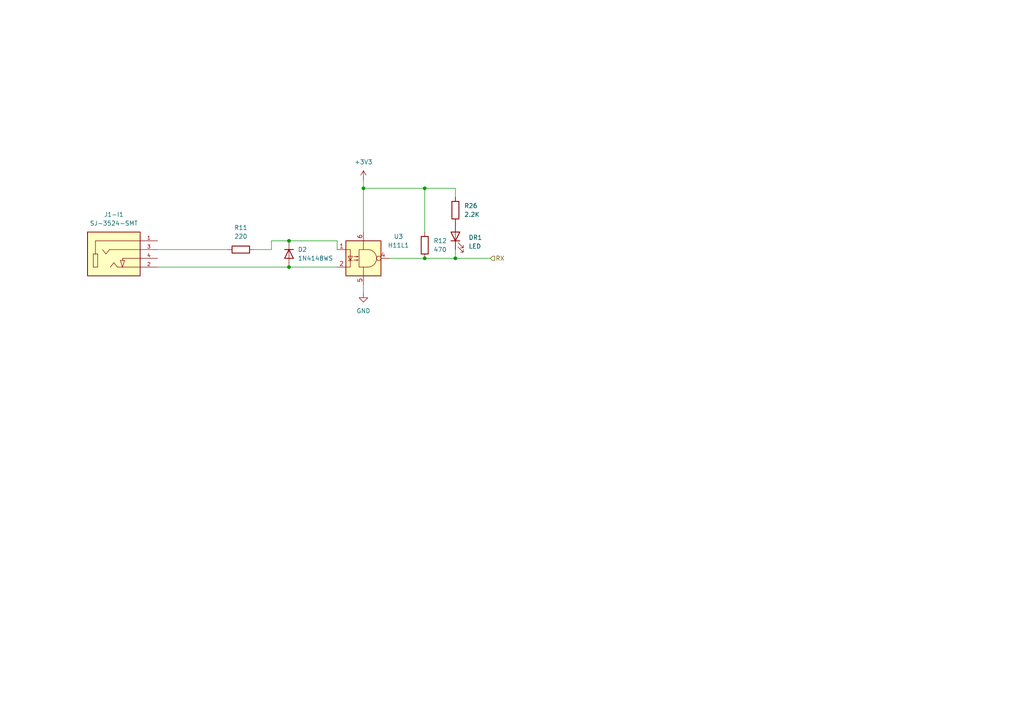
<source format=kicad_sch>
(kicad_sch (version 20231120) (generator "eeschema") (generator_version "8.0")
  (paper "A4")
  (lib_symbols
    (symbol "Device:LED" (pin_numbers hide) (pin_names (offset 1.016) hide)
      (property "Reference" "D" (at 0 2.54 0))
      (property "Value" "LED" (at 0 -2.54 0))
      (symbol "LED_0_1"
        (polyline (pts (xy -1.27 -1.27) (xy -1.27 1.27)) (stroke (width 0.254)))
        (polyline (pts (xy -1.27 0) (xy 1.27 0)))
        (polyline (pts (xy 1.27 -1.27) (xy 1.27 1.27) (xy -1.27 0) (xy 1.27 -1.27)) (stroke (width 0.254)))
        (polyline (pts (xy -3.048 -0.762) (xy -4.572 -2.286) (xy -3.81 -2.286) (xy -4.572 -2.286) (xy -4.572 -1.524)))
        (polyline (pts (xy -1.778 -0.762) (xy -3.302 -2.286) (xy -2.54 -2.286) (xy -3.302 -2.286) (xy -3.302 -1.524)))
      )
      (symbol "LED_1_1"
        (pin passive line (at -3.81 0 0) (length 2.54) (name "K") (number "1"))
        (pin passive line (at 3.81 0 180) (length 2.54) (name "A") (number "2"))
      )
    )
    (symbol "Device:R" (pin_numbers hide) (pin_names (offset 0))
      (property "Reference" "R" (at 2.032 0 90))
      (property "Value" "R" (at 0 0 90))
      (symbol "R_0_1"
        (rectangle (start -1.016 -2.54) (end 1.016 2.54) (stroke (width 0.254)))
      )
      (symbol "R_1_1"
        (pin passive line (at 0 3.81 270) (length 1.27) (name "~") (number "1"))
        (pin passive line (at 0 -3.81 90) (length 1.27) (name "~") (number "2"))
      )
    )
    (symbol "Diode:1N4148WS" (pin_numbers hide) (pin_names hide)
      (property "Reference" "D" (at 0 2.54 0))
      (property "Value" "1N4148WS" (at 0 -2.54 0))
      (symbol "1N4148WS_0_1"
        (polyline (pts (xy -1.27 1.27) (xy -1.27 -1.27)) (stroke (width 0.254)))
        (polyline (pts (xy 1.27 0) (xy -1.27 0)))
        (polyline (pts (xy 1.27 1.27) (xy 1.27 -1.27) (xy -1.27 0) (xy 1.27 1.27)) (stroke (width 0.254)))
      )
      (symbol "1N4148WS_1_1"
        (pin passive line (at -3.81 0 0) (length 2.54) (name "K") (number "1"))
        (pin passive line (at 3.81 0 180) (length 2.54) (name "A") (number "2"))
      )
    )
    (symbol "Isolator:H11L1" (pin_names (offset 1.016))
      (property "Reference" "U" (at 1.27 8.89 0))
      (property "Value" "H11L1" (at 1.27 6.35 0))
      (symbol "H11L1_0_1"
        (rectangle (start -5.08 5.08) (end 5.08 -5.08) (stroke (width 0.254)) (fill (type background)))
        (polyline (pts (xy -4.445 -0.635) (xy -3.175 -0.635)))
        (polyline (pts (xy 0 2.54) (xy 0 5.08)))
        (polyline (pts (xy 0 -2.54) (xy 0 -5.08) (xy 0 -3.81)))
        (polyline (pts (xy -5.08 -2.54) (xy -3.81 -2.54) (xy -3.81 2.54) (xy -5.08 2.54)))
        (polyline (pts (xy -3.81 -0.635) (xy -4.445 0.635) (xy -3.175 0.635) (xy -3.81 -0.635)))
        (polyline (pts (xy 1.27 -2.54) (xy -1.27 -2.54) (xy -1.27 2.54) (xy 1.27 2.54)))
        (polyline (pts (xy -2.794 -0.508) (xy -1.524 -0.508) (xy -1.905 -0.635) (xy -1.905 -0.381) (xy -1.524 -0.508)))
        (polyline (pts (xy -2.794 0.508) (xy -1.524 0.508) (xy -1.905 0.381) (xy -1.905 0.635) (xy -1.524 0.508)))
        (arc (start 1.27 -2.54) (mid 3.799 0) (end 1.27 2.54))
      )
      (symbol "H11L1_1_1"
        (pin passive line (at -7.62 2.54 0) (length 2.54) (name "~") (number "1"))
        (pin passive line (at -7.62 -2.54 0) (length 2.54) (name "~") (number "2"))
        (pin no_connect line (at -5.08 0 0) (length 2.54) hide (name "~") (number "3"))
        (pin output inverted (at 7.62 0 180) (length 3.81) (name "~") (number "4"))
        (pin power_in line (at 0 -7.62 90) (length 2.54) (name "~") (number "5"))
        (pin power_in line (at 0 7.62 270) (length 2.54) (name "~") (number "6"))
      )
    )
    (symbol "MIDI_projects:SJ-3524-SMT" (pin_names (offset 1.016))
      (property "Reference" "J" (at -7.637 8.2738 0))
      (property "Value" "SJ-3524-SMT" (at -7.6519 -7.6606 0))
      (symbol "SJ-3524-SMT_0_0"
        (rectangle (start -7.62 -5.08) (end 7.62 7.62) (stroke (width 0.254)) (fill (type background)))
        (polyline (pts (xy -5.969 -2.54) (xy -4.699 -2.54)) (stroke (width 0.1524)))
        (polyline (pts (xy -5.969 1.27) (xy -5.969 -2.54)) (stroke (width 0.1524)))
        (polyline (pts (xy -5.334 1.27) (xy -5.969 1.27)) (stroke (width 0.1524)))
        (polyline (pts (xy -5.334 1.27) (xy -5.334 5.08)) (stroke (width 0.1524)))
        (polyline (pts (xy -5.334 5.08) (xy 7.62 5.08)) (stroke (width 0.1524)))
        (polyline (pts (xy -4.699 -2.54) (xy -4.699 1.27)) (stroke (width 0.1524)))
        (polyline (pts (xy -4.699 1.27) (xy -5.334 1.27)) (stroke (width 0.1524)))
        (polyline (pts (xy -2.286 1.27) (xy -3.302 2.54)) (stroke (width 0.1524)))
        (polyline (pts (xy -1.27 2.54) (xy -2.286 1.27)) (stroke (width 0.1524)))
        (polyline (pts (xy -1.016 -2.54) (xy 0 -1.27)) (stroke (width 0.1524)))
        (polyline (pts (xy 0 -1.27) (xy 1.016 -2.54)) (stroke (width 0.1524)))
        (polyline (pts (xy 1.9 -0.6) (xy 2.5 -2.53)) (stroke (width 0.1524)))
        (polyline (pts (xy 1.9 -0.6) (xy 3.09 -0.6)) (stroke (width 0.1524)))
        (polyline (pts (xy 2.53 -2.52) (xy 2.53 -2.53)) (stroke (width 0.1524)))
        (polyline (pts (xy 2.54 0) (xy 2.54 -0.62)) (stroke (width 0.1524)))
        (polyline (pts (xy 2.54 0) (xy 7.62 0)) (stroke (width 0.1524)))
        (polyline (pts (xy 3.09 -0.6) (xy 2.53 -2.52)) (stroke (width 0.1524)))
        (polyline (pts (xy 7.62 -2.54) (xy 1.016 -2.54)) (stroke (width 0.1524)))
        (polyline (pts (xy 7.62 2.54) (xy -1.27 2.54)) (stroke (width 0.1524)))
        (pin passive line (at 12.7 5.08 180) (length 5.08) (name "~") (number "1"))
        (pin passive line (at 12.7 -2.54 180) (length 5.08) (name "~") (number "2"))
        (pin passive line (at 12.7 2.54 180) (length 5.08) (name "~") (number "3"))
        (pin passive line (at 12.7 0 180) (length 5.08) (name "~") (number "4"))
      )
    )
    (symbol "power:+3V3" (power) (pin_numbers hide) (pin_names (offset 0) hide)
      (property "Value" "+3V3" (at 0 3.556 0))
      (symbol "+3V3_0_1"
        (polyline (pts (xy -0.762 1.27) (xy 0 2.54)))
        (polyline (pts (xy 0 0) (xy 0 2.54)))
        (polyline (pts (xy 0 2.54) (xy 0.762 1.27)))
      )
      (symbol "+3V3_1_1"
        (pin power_in line (at 0 0 90) (length 0) (name "~") (number "1"))
      )
    )
    (symbol "power:GND" (power) (pin_numbers hide) (pin_names (offset 0) hide)
      (property "Value" "GND" (at 0 -3.81 0))
      (symbol "GND_0_1"
        (polyline (pts (xy 0 0) (xy 0 -1.27) (xy 1.27 -1.27) (xy 0 -2.54) (xy -1.27 -1.27) (xy 0 -1.27)))
      )
      (symbol "GND_1_1"
        (pin power_in line (at 0 0 270) (length 0) (name "~") (number "1"))
      )
    )
  )
  (junction (at 123.19 74.93))
  (junction (at 105.41 54.61))
  (junction (at 123.19 54.61))
  (junction (at 83.82 69.85))
  (junction (at 132.08 74.93))
  (junction (at 83.82 77.47))
  (wire (pts (xy 97.79 69.85) (xy 97.79 72.39)))
  (wire (pts (xy 45.72 72.39) (xy 66.04 72.39)))
  (wire (pts (xy 113.03 74.93) (xy 123.19 74.93)))
  (wire (pts (xy 105.41 82.55) (xy 105.41 85.09)))
  (wire (pts (xy 123.19 54.61) (xy 132.08 54.61)))
  (wire (pts (xy 105.41 54.61) (xy 105.41 67.31)))
  (wire (pts (xy 83.82 77.47) (xy 97.79 77.47)))
  (wire (pts (xy 105.41 52.07) (xy 105.41 54.61)))
  (wire (pts (xy 45.72 77.47) (xy 83.82 77.47)))
  (wire (pts (xy 132.08 74.93) (xy 142.24 74.93)))
  (wire (pts (xy 78.74 69.85) (xy 83.82 69.85)))
  (wire (pts (xy 105.41 54.61) (xy 123.19 54.61)))
  (wire (pts (xy 83.82 69.85) (xy 97.79 69.85)))
  (wire (pts (xy 123.19 54.61) (xy 123.19 67.31)))
  (wire (pts (xy 132.08 54.61) (xy 132.08 57.15)))
  (wire (pts (xy 73.66 72.39) (xy 78.74 72.39)))
  (wire (pts (xy 123.19 74.93) (xy 132.08 74.93)))
  (wire (pts (xy 78.74 72.39) (xy 78.74 69.85)))
  (wire (pts (xy 132.08 72.39) (xy 132.08 74.93)))
  (hierarchical_label "RX" (shape input) (at 142.24 74.93 0))
  (symbol (lib_id "Device:R") (at 132.08 60.96 0) (unit 1)
    (property "Reference" "R26" (at 134.62 59.6899 0) (effects (justify left)))
    (property "Value" "2.2K" (at 134.62 62.2299 0) (effects (justify left)))
    (property "Footprint" "Resistor_SMD:R_1206_3216Metric_Pad1.30x1.75mm_HandSolder" (effects (hide yes)))
    (property "Description" "Resistor" (effects (hide yes)))
    (instances (project "dinoctopus_v2" (path "" (reference "R26") (unit 1)) (path "" (reference "R27") (unit 1)) (path "" (reference "R28") (unit 1)) (path "" (reference "R29") (unit 1)) (path "" (reference "R30") (unit 1))))
  )
  (symbol (lib_id "power:+3V3") (at 105.41 52.07 0) (unit 1)
    (property "Reference" "#PWR012" (effects (hide yes)))
    (property "Value" "+3V3" (at 105.41 46.99 0))
    (property "Description" "Power symbol creates a global label with name \"+3V3\"" (effects (hide yes)))
    (instances (project "dinoctopus_v2" (path "" (reference "#PWR012") (unit 1)) (path "" (reference "#PWR014") (unit 1)) (path "" (reference "#PWR016") (unit 1)) (path "" (reference "#PWR018") (unit 1)) (path "" (reference "#PWR02") (unit 1))))
  )
  (symbol (lib_id "Device:LED") (at 132.08 68.58 90) (unit 1)
    (property "Reference" "DR1" (at 135.89 68.8974 90) (effects (justify right)))
    (property "Value" "LED" (at 135.89 71.4374 90) (effects (justify right)))
    (property "Footprint" "LED_SMD:LED_0805_2012Metric" (effects (hide yes)))
    (property "Description" "Light emitting diode" (effects (hide yes)))
    (instances (project "dinoctopus_v2" (path "" (reference "DR1") (unit 1)) (path "" (reference "DR2") (unit 1)) (path "" (reference "DR3") (unit 1)) (path "" (reference "DR4") (unit 1)) (path "" (reference "DR5") (unit 1))))
  )
  (symbol (lib_id "power:GND") (at 105.41 85.09 0) (unit 1)
    (property "Reference" "#PWR013" (effects (hide yes)))
    (property "Value" "GND" (at 105.41 90.17 0))
    (property "Description" "Power symbol creates a global label with name \"GND\" , ground" (effects (hide yes)))
    (instances (project "dinoctopus_v2" (path "" (reference "#PWR013") (unit 1)) (path "" (reference "#PWR015") (unit 1)) (path "" (reference "#PWR017") (unit 1)) (path "" (reference "#PWR019") (unit 1)) (path "" (reference "#PWR011") (unit 1))))
  )
  (symbol (lib_id "Isolator:H11L1") (at 105.41 74.93 0) (unit 1)
    (property "Reference" "U3" (at 115.57 68.6114 0))
    (property "Value" "H11L1" (at 115.57 71.1514 0))
    (property "Footprint" "Package_DIP:SMDIP-6_W9.53mm" (effects (hide yes)))
    (property "Datasheet" "https://www.onsemi.com/pub/Collateral/H11L3M-D.PDF" (effects (hide yes)))
    (property "Description" "Schmitt Trigger Output Optocoupler, High Speed, DIP-6, 1.6mA turn on threshold" (effects (hide yes)))
    (instances (project "dinoctopus_v2" (path "" (reference "U3") (unit 1)) (path "" (reference "U4") (unit 1)) (path "" (reference "U5") (unit 1)) (path "" (reference "U6") (unit 1)) (path "" (reference "U2") (unit 1))))
  )
  (symbol (lib_id "MIDI_projects:SJ-3524-SMT") (at 33.02 74.93 0) (unit 1)
    (property "Reference" "J1-I1" (at 33.02 62.23 0))
    (property "Value" "SJ-3524-SMT" (at 33.02 64.77 0))
    (property "Footprint" "MIDI_projects:CUI_SJ-3524-SMT" (effects (hide yes)))
    (property "PARTREV" "1.03" (effects (hide yes)))
    (property "MF" "CUI Inc" (effects (hide yes)))
    (instances (project "dinoctopus_v2" (path "" (reference "J1-I1") (unit 1)) (path "" (reference "J1-I2") (unit 1)) (path "" (reference "J1-I3") (unit 1)) (path "" (reference "J1-I4") (unit 1)) (path "" (reference "J1-I5") (unit 1))))
  )
  (symbol (lib_id "Diode:1N4148WS") (at 83.82 73.66 270) (unit 1)
    (property "Reference" "D2" (at 86.36 72.3899 90) (effects (justify left)))
    (property "Value" "1N4148WS" (at 86.36 74.9299 90) (effects (justify left)))
    (property "Footprint" "Diode_SMD:D_SOD-323" (effects (hide yes)))
    (property "Datasheet" "https://www.vishay.com/docs/85751/1n4148ws.pdf" (effects (hide yes)))
    (property "Description" "75V 0.15A Fast switching Diode, SOD-323" (effects (hide yes)))
    (property "Sim.Device" "D" (effects (hide yes)))
    (property "Sim.Pins" "1=K 2=A" (effects (hide yes)))
    (instances (project "dinoctopus_v2" (path "" (reference "D2") (unit 1)) (path "" (reference "D3") (unit 1)) (path "" (reference "D4") (unit 1)) (path "" (reference "D5") (unit 1)) (path "" (reference "D1") (unit 1))))
  )
  (symbol (lib_id "Device:R") (at 123.19 71.12 180) (unit 1)
    (property "Reference" "R12" (at 125.73 69.8499 0) (effects (justify right)))
    (property "Value" "470" (at 125.73 72.3899 0) (effects (justify right)))
    (property "Footprint" "Resistor_SMD:R_1206_3216Metric_Pad1.30x1.75mm_HandSolder" (effects (hide yes)))
    (property "Description" "Resistor" (effects (hide yes)))
    (instances (project "dinoctopus_v2" (path "" (reference "R12") (unit 1)) (path "" (reference "R14") (unit 1)) (path "" (reference "R16") (unit 1)) (path "" (reference "R18") (unit 1)) (path "" (reference "R20") (unit 1))))
  )
  (symbol (lib_id "Device:R") (at 69.85 72.39 90) (unit 1)
    (property "Reference" "R11" (at 69.85 66.04 90))
    (property "Value" "220" (at 69.85 68.58 90))
    (property "Footprint" "Resistor_SMD:R_1206_3216Metric_Pad1.30x1.75mm_HandSolder" (effects (hide yes)))
    (property "Description" "Resistor" (effects (hide yes)))
    (instances (project "dinoctopus_v2" (path "" (reference "R11") (unit 1)) (path "" (reference "R13") (unit 1)) (path "" (reference "R15") (unit 1)) (path "" (reference "R17") (unit 1)) (path "" (reference "R19") (unit 1))))
  )
)
</source>
